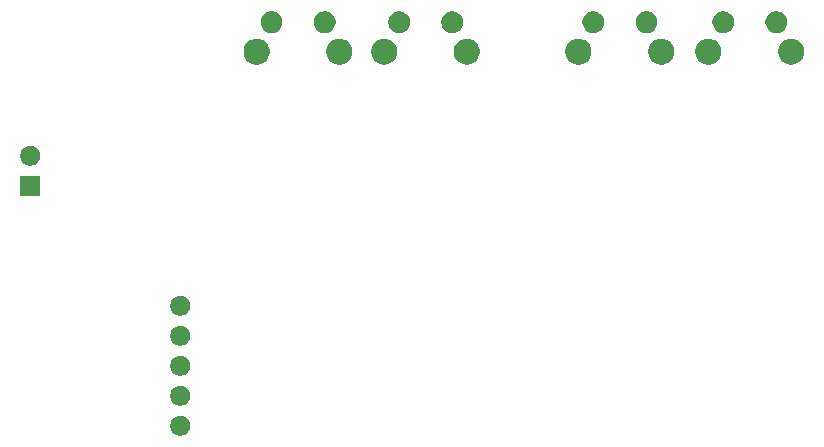
<source format=gbr>
G04 #@! TF.GenerationSoftware,KiCad,Pcbnew,(5.1.5-0-10_14)*
G04 #@! TF.CreationDate,2020-01-03T17:39:58-06:00*
G04 #@! TF.ProjectId,foxie_clock_nano,666f7869-655f-4636-9c6f-636b5f6e616e,1.4*
G04 #@! TF.SameCoordinates,Original*
G04 #@! TF.FileFunction,Soldermask,Bot*
G04 #@! TF.FilePolarity,Negative*
%FSLAX46Y46*%
G04 Gerber Fmt 4.6, Leading zero omitted, Abs format (unit mm)*
G04 Created by KiCad (PCBNEW (5.1.5-0-10_14)) date 2020-01-03 17:39:58*
%MOMM*%
%LPD*%
G04 APERTURE LIST*
%ADD10C,0.100000*%
G04 APERTURE END LIST*
D10*
G36*
X119128228Y-112601703D02*
G01*
X119283100Y-112665853D01*
X119422481Y-112758985D01*
X119541015Y-112877519D01*
X119634147Y-113016900D01*
X119698297Y-113171772D01*
X119731000Y-113336184D01*
X119731000Y-113503816D01*
X119698297Y-113668228D01*
X119634147Y-113823100D01*
X119541015Y-113962481D01*
X119422481Y-114081015D01*
X119283100Y-114174147D01*
X119128228Y-114238297D01*
X118963816Y-114271000D01*
X118796184Y-114271000D01*
X118631772Y-114238297D01*
X118476900Y-114174147D01*
X118337519Y-114081015D01*
X118218985Y-113962481D01*
X118125853Y-113823100D01*
X118061703Y-113668228D01*
X118029000Y-113503816D01*
X118029000Y-113336184D01*
X118061703Y-113171772D01*
X118125853Y-113016900D01*
X118218985Y-112877519D01*
X118337519Y-112758985D01*
X118476900Y-112665853D01*
X118631772Y-112601703D01*
X118796184Y-112569000D01*
X118963816Y-112569000D01*
X119128228Y-112601703D01*
G37*
G36*
X119128228Y-110061703D02*
G01*
X119283100Y-110125853D01*
X119422481Y-110218985D01*
X119541015Y-110337519D01*
X119634147Y-110476900D01*
X119698297Y-110631772D01*
X119731000Y-110796184D01*
X119731000Y-110963816D01*
X119698297Y-111128228D01*
X119634147Y-111283100D01*
X119541015Y-111422481D01*
X119422481Y-111541015D01*
X119283100Y-111634147D01*
X119128228Y-111698297D01*
X118963816Y-111731000D01*
X118796184Y-111731000D01*
X118631772Y-111698297D01*
X118476900Y-111634147D01*
X118337519Y-111541015D01*
X118218985Y-111422481D01*
X118125853Y-111283100D01*
X118061703Y-111128228D01*
X118029000Y-110963816D01*
X118029000Y-110796184D01*
X118061703Y-110631772D01*
X118125853Y-110476900D01*
X118218985Y-110337519D01*
X118337519Y-110218985D01*
X118476900Y-110125853D01*
X118631772Y-110061703D01*
X118796184Y-110029000D01*
X118963816Y-110029000D01*
X119128228Y-110061703D01*
G37*
G36*
X119128228Y-107521703D02*
G01*
X119283100Y-107585853D01*
X119422481Y-107678985D01*
X119541015Y-107797519D01*
X119634147Y-107936900D01*
X119698297Y-108091772D01*
X119731000Y-108256184D01*
X119731000Y-108423816D01*
X119698297Y-108588228D01*
X119634147Y-108743100D01*
X119541015Y-108882481D01*
X119422481Y-109001015D01*
X119283100Y-109094147D01*
X119128228Y-109158297D01*
X118963816Y-109191000D01*
X118796184Y-109191000D01*
X118631772Y-109158297D01*
X118476900Y-109094147D01*
X118337519Y-109001015D01*
X118218985Y-108882481D01*
X118125853Y-108743100D01*
X118061703Y-108588228D01*
X118029000Y-108423816D01*
X118029000Y-108256184D01*
X118061703Y-108091772D01*
X118125853Y-107936900D01*
X118218985Y-107797519D01*
X118337519Y-107678985D01*
X118476900Y-107585853D01*
X118631772Y-107521703D01*
X118796184Y-107489000D01*
X118963816Y-107489000D01*
X119128228Y-107521703D01*
G37*
G36*
X119128228Y-104981703D02*
G01*
X119283100Y-105045853D01*
X119422481Y-105138985D01*
X119541015Y-105257519D01*
X119634147Y-105396900D01*
X119698297Y-105551772D01*
X119731000Y-105716184D01*
X119731000Y-105883816D01*
X119698297Y-106048228D01*
X119634147Y-106203100D01*
X119541015Y-106342481D01*
X119422481Y-106461015D01*
X119283100Y-106554147D01*
X119128228Y-106618297D01*
X118963816Y-106651000D01*
X118796184Y-106651000D01*
X118631772Y-106618297D01*
X118476900Y-106554147D01*
X118337519Y-106461015D01*
X118218985Y-106342481D01*
X118125853Y-106203100D01*
X118061703Y-106048228D01*
X118029000Y-105883816D01*
X118029000Y-105716184D01*
X118061703Y-105551772D01*
X118125853Y-105396900D01*
X118218985Y-105257519D01*
X118337519Y-105138985D01*
X118476900Y-105045853D01*
X118631772Y-104981703D01*
X118796184Y-104949000D01*
X118963816Y-104949000D01*
X119128228Y-104981703D01*
G37*
G36*
X119128228Y-102441703D02*
G01*
X119283100Y-102505853D01*
X119422481Y-102598985D01*
X119541015Y-102717519D01*
X119634147Y-102856900D01*
X119698297Y-103011772D01*
X119731000Y-103176184D01*
X119731000Y-103343816D01*
X119698297Y-103508228D01*
X119634147Y-103663100D01*
X119541015Y-103802481D01*
X119422481Y-103921015D01*
X119283100Y-104014147D01*
X119128228Y-104078297D01*
X118963816Y-104111000D01*
X118796184Y-104111000D01*
X118631772Y-104078297D01*
X118476900Y-104014147D01*
X118337519Y-103921015D01*
X118218985Y-103802481D01*
X118125853Y-103663100D01*
X118061703Y-103508228D01*
X118029000Y-103343816D01*
X118029000Y-103176184D01*
X118061703Y-103011772D01*
X118125853Y-102856900D01*
X118218985Y-102717519D01*
X118337519Y-102598985D01*
X118476900Y-102505853D01*
X118631772Y-102441703D01*
X118796184Y-102409000D01*
X118963816Y-102409000D01*
X119128228Y-102441703D01*
G37*
G36*
X107031000Y-93951000D02*
G01*
X105329000Y-93951000D01*
X105329000Y-92249000D01*
X107031000Y-92249000D01*
X107031000Y-93951000D01*
G37*
G36*
X106428228Y-89741703D02*
G01*
X106583100Y-89805853D01*
X106722481Y-89898985D01*
X106841015Y-90017519D01*
X106934147Y-90156900D01*
X106998297Y-90311772D01*
X107031000Y-90476184D01*
X107031000Y-90643816D01*
X106998297Y-90808228D01*
X106934147Y-90963100D01*
X106841015Y-91102481D01*
X106722481Y-91221015D01*
X106583100Y-91314147D01*
X106428228Y-91378297D01*
X106263816Y-91411000D01*
X106096184Y-91411000D01*
X105931772Y-91378297D01*
X105776900Y-91314147D01*
X105637519Y-91221015D01*
X105518985Y-91102481D01*
X105425853Y-90963100D01*
X105361703Y-90808228D01*
X105329000Y-90643816D01*
X105329000Y-90476184D01*
X105361703Y-90311772D01*
X105425853Y-90156900D01*
X105518985Y-90017519D01*
X105637519Y-89898985D01*
X105776900Y-89805853D01*
X105931772Y-89741703D01*
X106096184Y-89709000D01*
X106263816Y-89709000D01*
X106428228Y-89741703D01*
G37*
G36*
X125554795Y-80660156D02*
G01*
X125661150Y-80681311D01*
X125761334Y-80722809D01*
X125861520Y-80764307D01*
X126041844Y-80884795D01*
X126195205Y-81038156D01*
X126315693Y-81218480D01*
X126398689Y-81418851D01*
X126441000Y-81631560D01*
X126441000Y-81848440D01*
X126398689Y-82061149D01*
X126315693Y-82261520D01*
X126195205Y-82441844D01*
X126041844Y-82595205D01*
X125861520Y-82715693D01*
X125661150Y-82798689D01*
X125554794Y-82819845D01*
X125448440Y-82841000D01*
X125231560Y-82841000D01*
X125125205Y-82819844D01*
X125018850Y-82798689D01*
X124818480Y-82715693D01*
X124638156Y-82595205D01*
X124484795Y-82441844D01*
X124364307Y-82261520D01*
X124281311Y-82061149D01*
X124239000Y-81848440D01*
X124239000Y-81631560D01*
X124281311Y-81418851D01*
X124364307Y-81218480D01*
X124484795Y-81038156D01*
X124638156Y-80884795D01*
X124818480Y-80764307D01*
X124918666Y-80722809D01*
X125018850Y-80681311D01*
X125125205Y-80660156D01*
X125231560Y-80639000D01*
X125448440Y-80639000D01*
X125554795Y-80660156D01*
G37*
G36*
X170814795Y-80660156D02*
G01*
X170921150Y-80681311D01*
X171021334Y-80722809D01*
X171121520Y-80764307D01*
X171301844Y-80884795D01*
X171455205Y-81038156D01*
X171575693Y-81218480D01*
X171658689Y-81418851D01*
X171701000Y-81631560D01*
X171701000Y-81848440D01*
X171658689Y-82061149D01*
X171575693Y-82261520D01*
X171455205Y-82441844D01*
X171301844Y-82595205D01*
X171121520Y-82715693D01*
X170921150Y-82798689D01*
X170814794Y-82819845D01*
X170708440Y-82841000D01*
X170491560Y-82841000D01*
X170385205Y-82819844D01*
X170278850Y-82798689D01*
X170078480Y-82715693D01*
X169898156Y-82595205D01*
X169744795Y-82441844D01*
X169624307Y-82261520D01*
X169541311Y-82061149D01*
X169499000Y-81848440D01*
X169499000Y-81631560D01*
X169541311Y-81418851D01*
X169624307Y-81218480D01*
X169744795Y-81038156D01*
X169898156Y-80884795D01*
X170078480Y-80764307D01*
X170178666Y-80722809D01*
X170278850Y-80681311D01*
X170385205Y-80660156D01*
X170491560Y-80639000D01*
X170708440Y-80639000D01*
X170814795Y-80660156D01*
G37*
G36*
X132564795Y-80660156D02*
G01*
X132671150Y-80681311D01*
X132771334Y-80722809D01*
X132871520Y-80764307D01*
X133051844Y-80884795D01*
X133205205Y-81038156D01*
X133325693Y-81218480D01*
X133408689Y-81418851D01*
X133451000Y-81631560D01*
X133451000Y-81848440D01*
X133408689Y-82061149D01*
X133325693Y-82261520D01*
X133205205Y-82441844D01*
X133051844Y-82595205D01*
X132871520Y-82715693D01*
X132671150Y-82798689D01*
X132564794Y-82819845D01*
X132458440Y-82841000D01*
X132241560Y-82841000D01*
X132135205Y-82819844D01*
X132028850Y-82798689D01*
X131828480Y-82715693D01*
X131648156Y-82595205D01*
X131494795Y-82441844D01*
X131374307Y-82261520D01*
X131291311Y-82061149D01*
X131249000Y-81848440D01*
X131249000Y-81631560D01*
X131291311Y-81418851D01*
X131374307Y-81218480D01*
X131494795Y-81038156D01*
X131648156Y-80884795D01*
X131828480Y-80764307D01*
X131928666Y-80722809D01*
X132028850Y-80681311D01*
X132135205Y-80660156D01*
X132241560Y-80639000D01*
X132458440Y-80639000D01*
X132564795Y-80660156D01*
G37*
G36*
X136354795Y-80660156D02*
G01*
X136461150Y-80681311D01*
X136561334Y-80722809D01*
X136661520Y-80764307D01*
X136841844Y-80884795D01*
X136995205Y-81038156D01*
X137115693Y-81218480D01*
X137198689Y-81418851D01*
X137241000Y-81631560D01*
X137241000Y-81848440D01*
X137198689Y-82061149D01*
X137115693Y-82261520D01*
X136995205Y-82441844D01*
X136841844Y-82595205D01*
X136661520Y-82715693D01*
X136461150Y-82798689D01*
X136354794Y-82819845D01*
X136248440Y-82841000D01*
X136031560Y-82841000D01*
X135925205Y-82819844D01*
X135818850Y-82798689D01*
X135618480Y-82715693D01*
X135438156Y-82595205D01*
X135284795Y-82441844D01*
X135164307Y-82261520D01*
X135081311Y-82061149D01*
X135039000Y-81848440D01*
X135039000Y-81631560D01*
X135081311Y-81418851D01*
X135164307Y-81218480D01*
X135284795Y-81038156D01*
X135438156Y-80884795D01*
X135618480Y-80764307D01*
X135718666Y-80722809D01*
X135818850Y-80681311D01*
X135925205Y-80660156D01*
X136031560Y-80639000D01*
X136248440Y-80639000D01*
X136354795Y-80660156D01*
G37*
G36*
X143364795Y-80660156D02*
G01*
X143471150Y-80681311D01*
X143571334Y-80722809D01*
X143671520Y-80764307D01*
X143851844Y-80884795D01*
X144005205Y-81038156D01*
X144125693Y-81218480D01*
X144208689Y-81418851D01*
X144251000Y-81631560D01*
X144251000Y-81848440D01*
X144208689Y-82061149D01*
X144125693Y-82261520D01*
X144005205Y-82441844D01*
X143851844Y-82595205D01*
X143671520Y-82715693D01*
X143471150Y-82798689D01*
X143364794Y-82819845D01*
X143258440Y-82841000D01*
X143041560Y-82841000D01*
X142935205Y-82819844D01*
X142828850Y-82798689D01*
X142628480Y-82715693D01*
X142448156Y-82595205D01*
X142294795Y-82441844D01*
X142174307Y-82261520D01*
X142091311Y-82061149D01*
X142049000Y-81848440D01*
X142049000Y-81631560D01*
X142091311Y-81418851D01*
X142174307Y-81218480D01*
X142294795Y-81038156D01*
X142448156Y-80884795D01*
X142628480Y-80764307D01*
X142728666Y-80722809D01*
X142828850Y-80681311D01*
X142935205Y-80660156D01*
X143041560Y-80639000D01*
X143258440Y-80639000D01*
X143364795Y-80660156D01*
G37*
G36*
X152804795Y-80660156D02*
G01*
X152911150Y-80681311D01*
X153011334Y-80722809D01*
X153111520Y-80764307D01*
X153291844Y-80884795D01*
X153445205Y-81038156D01*
X153565693Y-81218480D01*
X153648689Y-81418851D01*
X153691000Y-81631560D01*
X153691000Y-81848440D01*
X153648689Y-82061149D01*
X153565693Y-82261520D01*
X153445205Y-82441844D01*
X153291844Y-82595205D01*
X153111520Y-82715693D01*
X152911150Y-82798689D01*
X152804794Y-82819845D01*
X152698440Y-82841000D01*
X152481560Y-82841000D01*
X152375205Y-82819844D01*
X152268850Y-82798689D01*
X152068480Y-82715693D01*
X151888156Y-82595205D01*
X151734795Y-82441844D01*
X151614307Y-82261520D01*
X151531311Y-82061149D01*
X151489000Y-81848440D01*
X151489000Y-81631560D01*
X151531311Y-81418851D01*
X151614307Y-81218480D01*
X151734795Y-81038156D01*
X151888156Y-80884795D01*
X152068480Y-80764307D01*
X152168666Y-80722809D01*
X152268850Y-80681311D01*
X152375205Y-80660156D01*
X152481560Y-80639000D01*
X152698440Y-80639000D01*
X152804795Y-80660156D01*
G37*
G36*
X159814795Y-80660156D02*
G01*
X159921150Y-80681311D01*
X160021334Y-80722809D01*
X160121520Y-80764307D01*
X160301844Y-80884795D01*
X160455205Y-81038156D01*
X160575693Y-81218480D01*
X160658689Y-81418851D01*
X160701000Y-81631560D01*
X160701000Y-81848440D01*
X160658689Y-82061149D01*
X160575693Y-82261520D01*
X160455205Y-82441844D01*
X160301844Y-82595205D01*
X160121520Y-82715693D01*
X159921150Y-82798689D01*
X159814794Y-82819845D01*
X159708440Y-82841000D01*
X159491560Y-82841000D01*
X159385205Y-82819844D01*
X159278850Y-82798689D01*
X159078480Y-82715693D01*
X158898156Y-82595205D01*
X158744795Y-82441844D01*
X158624307Y-82261520D01*
X158541311Y-82061149D01*
X158499000Y-81848440D01*
X158499000Y-81631560D01*
X158541311Y-81418851D01*
X158624307Y-81218480D01*
X158744795Y-81038156D01*
X158898156Y-80884795D01*
X159078480Y-80764307D01*
X159178666Y-80722809D01*
X159278850Y-80681311D01*
X159385205Y-80660156D01*
X159491560Y-80639000D01*
X159708440Y-80639000D01*
X159814795Y-80660156D01*
G37*
G36*
X163804795Y-80660156D02*
G01*
X163911150Y-80681311D01*
X164011334Y-80722809D01*
X164111520Y-80764307D01*
X164291844Y-80884795D01*
X164445205Y-81038156D01*
X164565693Y-81218480D01*
X164648689Y-81418851D01*
X164691000Y-81631560D01*
X164691000Y-81848440D01*
X164648689Y-82061149D01*
X164565693Y-82261520D01*
X164445205Y-82441844D01*
X164291844Y-82595205D01*
X164111520Y-82715693D01*
X163911150Y-82798689D01*
X163804794Y-82819845D01*
X163698440Y-82841000D01*
X163481560Y-82841000D01*
X163375205Y-82819844D01*
X163268850Y-82798689D01*
X163068480Y-82715693D01*
X162888156Y-82595205D01*
X162734795Y-82441844D01*
X162614307Y-82261520D01*
X162531311Y-82061149D01*
X162489000Y-81848440D01*
X162489000Y-81631560D01*
X162531311Y-81418851D01*
X162614307Y-81218480D01*
X162734795Y-81038156D01*
X162888156Y-80884795D01*
X163068480Y-80764307D01*
X163168666Y-80722809D01*
X163268850Y-80681311D01*
X163375205Y-80660156D01*
X163481560Y-80639000D01*
X163698440Y-80639000D01*
X163804795Y-80660156D01*
G37*
G36*
X126870104Y-78359585D02*
G01*
X127038626Y-78429389D01*
X127190291Y-78530728D01*
X127319272Y-78659709D01*
X127420611Y-78811374D01*
X127490415Y-78979896D01*
X127526000Y-79158797D01*
X127526000Y-79341203D01*
X127490415Y-79520104D01*
X127420611Y-79688626D01*
X127319272Y-79840291D01*
X127190291Y-79969272D01*
X127038626Y-80070611D01*
X126870104Y-80140415D01*
X126691203Y-80176000D01*
X126508797Y-80176000D01*
X126329896Y-80140415D01*
X126161374Y-80070611D01*
X126009709Y-79969272D01*
X125880728Y-79840291D01*
X125779389Y-79688626D01*
X125709585Y-79520104D01*
X125674000Y-79341203D01*
X125674000Y-79158797D01*
X125709585Y-78979896D01*
X125779389Y-78811374D01*
X125880728Y-78659709D01*
X126009709Y-78530728D01*
X126161374Y-78429389D01*
X126329896Y-78359585D01*
X126508797Y-78324000D01*
X126691203Y-78324000D01*
X126870104Y-78359585D01*
G37*
G36*
X169620104Y-78359585D02*
G01*
X169788626Y-78429389D01*
X169940291Y-78530728D01*
X170069272Y-78659709D01*
X170170611Y-78811374D01*
X170240415Y-78979896D01*
X170276000Y-79158797D01*
X170276000Y-79341203D01*
X170240415Y-79520104D01*
X170170611Y-79688626D01*
X170069272Y-79840291D01*
X169940291Y-79969272D01*
X169788626Y-80070611D01*
X169620104Y-80140415D01*
X169441203Y-80176000D01*
X169258797Y-80176000D01*
X169079896Y-80140415D01*
X168911374Y-80070611D01*
X168759709Y-79969272D01*
X168630728Y-79840291D01*
X168529389Y-79688626D01*
X168459585Y-79520104D01*
X168424000Y-79341203D01*
X168424000Y-79158797D01*
X168459585Y-78979896D01*
X168529389Y-78811374D01*
X168630728Y-78659709D01*
X168759709Y-78530728D01*
X168911374Y-78429389D01*
X169079896Y-78359585D01*
X169258797Y-78324000D01*
X169441203Y-78324000D01*
X169620104Y-78359585D01*
G37*
G36*
X165120104Y-78359585D02*
G01*
X165288626Y-78429389D01*
X165440291Y-78530728D01*
X165569272Y-78659709D01*
X165670611Y-78811374D01*
X165740415Y-78979896D01*
X165776000Y-79158797D01*
X165776000Y-79341203D01*
X165740415Y-79520104D01*
X165670611Y-79688626D01*
X165569272Y-79840291D01*
X165440291Y-79969272D01*
X165288626Y-80070611D01*
X165120104Y-80140415D01*
X164941203Y-80176000D01*
X164758797Y-80176000D01*
X164579896Y-80140415D01*
X164411374Y-80070611D01*
X164259709Y-79969272D01*
X164130728Y-79840291D01*
X164029389Y-79688626D01*
X163959585Y-79520104D01*
X163924000Y-79341203D01*
X163924000Y-79158797D01*
X163959585Y-78979896D01*
X164029389Y-78811374D01*
X164130728Y-78659709D01*
X164259709Y-78530728D01*
X164411374Y-78429389D01*
X164579896Y-78359585D01*
X164758797Y-78324000D01*
X164941203Y-78324000D01*
X165120104Y-78359585D01*
G37*
G36*
X131370104Y-78359585D02*
G01*
X131538626Y-78429389D01*
X131690291Y-78530728D01*
X131819272Y-78659709D01*
X131920611Y-78811374D01*
X131990415Y-78979896D01*
X132026000Y-79158797D01*
X132026000Y-79341203D01*
X131990415Y-79520104D01*
X131920611Y-79688626D01*
X131819272Y-79840291D01*
X131690291Y-79969272D01*
X131538626Y-80070611D01*
X131370104Y-80140415D01*
X131191203Y-80176000D01*
X131008797Y-80176000D01*
X130829896Y-80140415D01*
X130661374Y-80070611D01*
X130509709Y-79969272D01*
X130380728Y-79840291D01*
X130279389Y-79688626D01*
X130209585Y-79520104D01*
X130174000Y-79341203D01*
X130174000Y-79158797D01*
X130209585Y-78979896D01*
X130279389Y-78811374D01*
X130380728Y-78659709D01*
X130509709Y-78530728D01*
X130661374Y-78429389D01*
X130829896Y-78359585D01*
X131008797Y-78324000D01*
X131191203Y-78324000D01*
X131370104Y-78359585D01*
G37*
G36*
X137670104Y-78359585D02*
G01*
X137838626Y-78429389D01*
X137990291Y-78530728D01*
X138119272Y-78659709D01*
X138220611Y-78811374D01*
X138290415Y-78979896D01*
X138326000Y-79158797D01*
X138326000Y-79341203D01*
X138290415Y-79520104D01*
X138220611Y-79688626D01*
X138119272Y-79840291D01*
X137990291Y-79969272D01*
X137838626Y-80070611D01*
X137670104Y-80140415D01*
X137491203Y-80176000D01*
X137308797Y-80176000D01*
X137129896Y-80140415D01*
X136961374Y-80070611D01*
X136809709Y-79969272D01*
X136680728Y-79840291D01*
X136579389Y-79688626D01*
X136509585Y-79520104D01*
X136474000Y-79341203D01*
X136474000Y-79158797D01*
X136509585Y-78979896D01*
X136579389Y-78811374D01*
X136680728Y-78659709D01*
X136809709Y-78530728D01*
X136961374Y-78429389D01*
X137129896Y-78359585D01*
X137308797Y-78324000D01*
X137491203Y-78324000D01*
X137670104Y-78359585D01*
G37*
G36*
X158620104Y-78359585D02*
G01*
X158788626Y-78429389D01*
X158940291Y-78530728D01*
X159069272Y-78659709D01*
X159170611Y-78811374D01*
X159240415Y-78979896D01*
X159276000Y-79158797D01*
X159276000Y-79341203D01*
X159240415Y-79520104D01*
X159170611Y-79688626D01*
X159069272Y-79840291D01*
X158940291Y-79969272D01*
X158788626Y-80070611D01*
X158620104Y-80140415D01*
X158441203Y-80176000D01*
X158258797Y-80176000D01*
X158079896Y-80140415D01*
X157911374Y-80070611D01*
X157759709Y-79969272D01*
X157630728Y-79840291D01*
X157529389Y-79688626D01*
X157459585Y-79520104D01*
X157424000Y-79341203D01*
X157424000Y-79158797D01*
X157459585Y-78979896D01*
X157529389Y-78811374D01*
X157630728Y-78659709D01*
X157759709Y-78530728D01*
X157911374Y-78429389D01*
X158079896Y-78359585D01*
X158258797Y-78324000D01*
X158441203Y-78324000D01*
X158620104Y-78359585D01*
G37*
G36*
X154120104Y-78359585D02*
G01*
X154288626Y-78429389D01*
X154440291Y-78530728D01*
X154569272Y-78659709D01*
X154670611Y-78811374D01*
X154740415Y-78979896D01*
X154776000Y-79158797D01*
X154776000Y-79341203D01*
X154740415Y-79520104D01*
X154670611Y-79688626D01*
X154569272Y-79840291D01*
X154440291Y-79969272D01*
X154288626Y-80070611D01*
X154120104Y-80140415D01*
X153941203Y-80176000D01*
X153758797Y-80176000D01*
X153579896Y-80140415D01*
X153411374Y-80070611D01*
X153259709Y-79969272D01*
X153130728Y-79840291D01*
X153029389Y-79688626D01*
X152959585Y-79520104D01*
X152924000Y-79341203D01*
X152924000Y-79158797D01*
X152959585Y-78979896D01*
X153029389Y-78811374D01*
X153130728Y-78659709D01*
X153259709Y-78530728D01*
X153411374Y-78429389D01*
X153579896Y-78359585D01*
X153758797Y-78324000D01*
X153941203Y-78324000D01*
X154120104Y-78359585D01*
G37*
G36*
X142170104Y-78359585D02*
G01*
X142338626Y-78429389D01*
X142490291Y-78530728D01*
X142619272Y-78659709D01*
X142720611Y-78811374D01*
X142790415Y-78979896D01*
X142826000Y-79158797D01*
X142826000Y-79341203D01*
X142790415Y-79520104D01*
X142720611Y-79688626D01*
X142619272Y-79840291D01*
X142490291Y-79969272D01*
X142338626Y-80070611D01*
X142170104Y-80140415D01*
X141991203Y-80176000D01*
X141808797Y-80176000D01*
X141629896Y-80140415D01*
X141461374Y-80070611D01*
X141309709Y-79969272D01*
X141180728Y-79840291D01*
X141079389Y-79688626D01*
X141009585Y-79520104D01*
X140974000Y-79341203D01*
X140974000Y-79158797D01*
X141009585Y-78979896D01*
X141079389Y-78811374D01*
X141180728Y-78659709D01*
X141309709Y-78530728D01*
X141461374Y-78429389D01*
X141629896Y-78359585D01*
X141808797Y-78324000D01*
X141991203Y-78324000D01*
X142170104Y-78359585D01*
G37*
M02*

</source>
